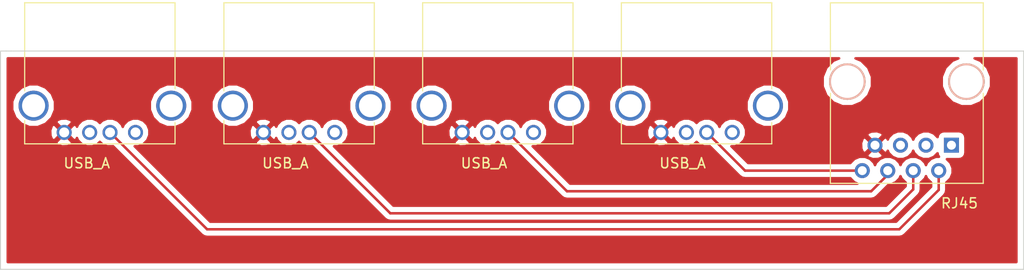
<source format=kicad_pcb>
(kicad_pcb (version 4) (host pcbnew 4.0.7)

  (general
    (links 12)
    (no_connects 4)
    (area 66.149999 62.098999 168.250001 89.250001)
    (thickness 1.6)
    (drawings 7)
    (tracks 14)
    (zones 0)
    (modules 5)
    (nets 21)
  )

  (page A4)
  (layers
    (0 F.Cu signal)
    (31 B.Cu signal)
    (32 B.Adhes user)
    (33 F.Adhes user)
    (34 B.Paste user)
    (35 F.Paste user)
    (36 B.SilkS user)
    (37 F.SilkS user)
    (38 B.Mask user)
    (39 F.Mask user)
    (40 Dwgs.User user)
    (41 Cmts.User user)
    (42 Eco1.User user)
    (43 Eco2.User user)
    (44 Edge.Cuts user)
    (45 Margin user)
    (46 B.CrtYd user)
    (47 F.CrtYd user)
    (48 B.Fab user)
    (49 F.Fab user)
  )

  (setup
    (last_trace_width 0.25)
    (trace_clearance 0.2)
    (zone_clearance 0.508)
    (zone_45_only no)
    (trace_min 0.2)
    (segment_width 0.2)
    (edge_width 0.1)
    (via_size 0.6)
    (via_drill 0.4)
    (via_min_size 0.4)
    (via_min_drill 0.3)
    (uvia_size 0.3)
    (uvia_drill 0.1)
    (uvias_allowed no)
    (uvia_min_size 0.2)
    (uvia_min_drill 0.1)
    (pcb_text_width 0.3)
    (pcb_text_size 1.5 1.5)
    (mod_edge_width 0.15)
    (mod_text_size 1 1)
    (mod_text_width 0.15)
    (pad_size 1.5 1.5)
    (pad_drill 0.6)
    (pad_to_mask_clearance 0)
    (aux_axis_origin 0 0)
    (visible_elements 7FFFFFFF)
    (pcbplotparams
      (layerselection 0x00030_80000001)
      (usegerberextensions false)
      (excludeedgelayer true)
      (linewidth 0.100000)
      (plotframeref false)
      (viasonmask false)
      (mode 1)
      (useauxorigin false)
      (hpglpennumber 1)
      (hpglpenspeed 20)
      (hpglpendiameter 15)
      (hpglpenoverlay 2)
      (psnegative false)
      (psa4output false)
      (plotreference true)
      (plotvalue true)
      (plotinvisibletext false)
      (padsonsilk false)
      (subtractmaskfromsilk false)
      (outputformat 1)
      (mirror false)
      (drillshape 0)
      (scaleselection 1)
      (outputdirectory ./))
  )

  (net 0 "")
  (net 1 "Net-(Green-1-Pad4)")
  (net 2 "Net-(Green-1-Pad3)")
  (net 3 "Net-(Green-1-Pad2)")
  (net 4 "Net-(Green-1-Pad1)")
  (net 5 "Net-(Green-1-Pad5)")
  (net 6 "Net-(Green-2-Pad3)")
  (net 7 "Net-(Green-2-Pad2)")
  (net 8 "Net-(Green-2-Pad1)")
  (net 9 "Net-(Green-2-Pad5)")
  (net 10 "Net-(Green-3-Pad3)")
  (net 11 "Net-(Green-3-Pad2)")
  (net 12 "Net-(Green-3-Pad1)")
  (net 13 "Net-(Green-3-Pad5)")
  (net 14 "Net-(Green-4-Pad3)")
  (net 15 "Net-(Green-4-Pad2)")
  (net 16 "Net-(Green-4-Pad1)")
  (net 17 "Net-(Green-4-Pad5)")
  (net 18 "Net-(Green2-Pad3)")
  (net 19 "Net-(Green2-Pad1)")
  (net 20 "Net-(Green2-Pad5)")

  (net_class Default "This is the default net class."
    (clearance 0.2)
    (trace_width 0.25)
    (via_dia 0.6)
    (via_drill 0.4)
    (uvia_dia 0.3)
    (uvia_drill 0.1)
    (add_net "Net-(Green-1-Pad1)")
    (add_net "Net-(Green-1-Pad2)")
    (add_net "Net-(Green-1-Pad3)")
    (add_net "Net-(Green-1-Pad4)")
    (add_net "Net-(Green-1-Pad5)")
    (add_net "Net-(Green-2-Pad1)")
    (add_net "Net-(Green-2-Pad2)")
    (add_net "Net-(Green-2-Pad3)")
    (add_net "Net-(Green-2-Pad5)")
    (add_net "Net-(Green-3-Pad1)")
    (add_net "Net-(Green-3-Pad2)")
    (add_net "Net-(Green-3-Pad3)")
    (add_net "Net-(Green-3-Pad5)")
    (add_net "Net-(Green-4-Pad1)")
    (add_net "Net-(Green-4-Pad2)")
    (add_net "Net-(Green-4-Pad3)")
    (add_net "Net-(Green-4-Pad5)")
    (add_net "Net-(Green2-Pad1)")
    (add_net "Net-(Green2-Pad3)")
    (add_net "Net-(Green2-Pad5)")
  )

  (module Connectors:USB_A (layer F.Cu) (tedit 5BE36C70) (tstamp 5B8C4CE8)
    (at 79.6592 75.524 180)
    (descr "USB A connector")
    (tags "USB USB_A")
    (path /5B3204D9)
    (fp_text reference Green-1 (at 4.0592 4.924 180) (layer F.SilkS) hide
      (effects (font (size 1 1) (thickness 0.15)))
    )
    (fp_text value USB_A (at 4.8592 -3.076 180) (layer F.SilkS)
      (effects (font (size 1 1) (thickness 0.15)))
    )
    (fp_line (start -5.3 13.2) (end -5.3 -1.4) (layer F.CrtYd) (width 0.05))
    (fp_line (start 11.95 -1.4) (end 11.95 13.2) (layer F.CrtYd) (width 0.05))
    (fp_line (start -5.3 13.2) (end 11.95 13.2) (layer F.CrtYd) (width 0.05))
    (fp_line (start -5.3 -1.4) (end 11.95 -1.4) (layer F.CrtYd) (width 0.05))
    (fp_line (start 11.05 -1.14) (end 11.05 1.19) (layer F.SilkS) (width 0.12))
    (fp_line (start -3.94 -1.14) (end -3.94 0.98) (layer F.SilkS) (width 0.12))
    (fp_line (start 11.05 -1.14) (end -3.94 -1.14) (layer F.SilkS) (width 0.12))
    (fp_line (start 11.05 12.95) (end -3.94 12.95) (layer F.SilkS) (width 0.12))
    (fp_line (start 11.05 4.15) (end 11.05 12.95) (layer F.SilkS) (width 0.12))
    (fp_line (start -3.94 4.35) (end -3.94 12.95) (layer F.SilkS) (width 0.12))
    (pad 4 thru_hole circle (at 7.11 0 90) (size 1.5 1.5) (drill 1) (layers *.Cu *.Mask)
      (net 1 "Net-(Green-1-Pad4)"))
    (pad 3 thru_hole circle (at 4.57 0 90) (size 1.5 1.5) (drill 1) (layers *.Cu *.Mask)
      (net 2 "Net-(Green-1-Pad3)"))
    (pad 2 thru_hole circle (at 2.54 0 90) (size 1.5 1.5) (drill 1) (layers *.Cu *.Mask)
      (net 3 "Net-(Green-1-Pad2)"))
    (pad 1 thru_hole circle (at 0 0 90) (size 1.5 1.5) (drill 1) (layers *.Cu *.Mask)
      (net 4 "Net-(Green-1-Pad1)"))
    (pad 5 thru_hole circle (at 10.16 2.67 90) (size 3 3) (drill 2.3) (layers *.Cu *.Mask)
      (net 5 "Net-(Green-1-Pad5)"))
    (pad 5 thru_hole circle (at -3.56 2.67 90) (size 3 3) (drill 2.3) (layers *.Cu *.Mask)
      (net 5 "Net-(Green-1-Pad5)"))
    (model ${KISYS3DMOD}/Connectors.3dshapes/USB_A.wrl
      (at (xyz 0.14 0 0))
      (scale (xyz 1 1 1))
      (rotate (xyz 0 0 90))
    )
  )

  (module Connectors:USB_A (layer F.Cu) (tedit 5BE36C4D) (tstamp 5B8C4CFC)
    (at 99.522 75.524 180)
    (descr "USB A connector")
    (tags "USB USB_A")
    (path /5B320573)
    (fp_text reference Green-2 (at 2.522 4.524 180) (layer F.SilkS) hide
      (effects (font (size 1 1) (thickness 0.15)))
    )
    (fp_text value USB_A (at 4.922 -3.076 180) (layer F.SilkS)
      (effects (font (size 1 1) (thickness 0.15)))
    )
    (fp_line (start -5.3 13.2) (end -5.3 -1.4) (layer F.CrtYd) (width 0.05))
    (fp_line (start 11.95 -1.4) (end 11.95 13.2) (layer F.CrtYd) (width 0.05))
    (fp_line (start -5.3 13.2) (end 11.95 13.2) (layer F.CrtYd) (width 0.05))
    (fp_line (start -5.3 -1.4) (end 11.95 -1.4) (layer F.CrtYd) (width 0.05))
    (fp_line (start 11.05 -1.14) (end 11.05 1.19) (layer F.SilkS) (width 0.12))
    (fp_line (start -3.94 -1.14) (end -3.94 0.98) (layer F.SilkS) (width 0.12))
    (fp_line (start 11.05 -1.14) (end -3.94 -1.14) (layer F.SilkS) (width 0.12))
    (fp_line (start 11.05 12.95) (end -3.94 12.95) (layer F.SilkS) (width 0.12))
    (fp_line (start 11.05 4.15) (end 11.05 12.95) (layer F.SilkS) (width 0.12))
    (fp_line (start -3.94 4.35) (end -3.94 12.95) (layer F.SilkS) (width 0.12))
    (pad 4 thru_hole circle (at 7.11 0 90) (size 1.5 1.5) (drill 1) (layers *.Cu *.Mask)
      (net 1 "Net-(Green-1-Pad4)"))
    (pad 3 thru_hole circle (at 4.57 0 90) (size 1.5 1.5) (drill 1) (layers *.Cu *.Mask)
      (net 6 "Net-(Green-2-Pad3)"))
    (pad 2 thru_hole circle (at 2.54 0 90) (size 1.5 1.5) (drill 1) (layers *.Cu *.Mask)
      (net 7 "Net-(Green-2-Pad2)"))
    (pad 1 thru_hole circle (at 0 0 90) (size 1.5 1.5) (drill 1) (layers *.Cu *.Mask)
      (net 8 "Net-(Green-2-Pad1)"))
    (pad 5 thru_hole circle (at 10.16 2.67 90) (size 3 3) (drill 2.3) (layers *.Cu *.Mask)
      (net 9 "Net-(Green-2-Pad5)"))
    (pad 5 thru_hole circle (at -3.56 2.67 90) (size 3 3) (drill 2.3) (layers *.Cu *.Mask)
      (net 9 "Net-(Green-2-Pad5)"))
    (model ${KISYS3DMOD}/Connectors.3dshapes/USB_A.wrl
      (at (xyz 0.14 0 0))
      (scale (xyz 1 1 1))
      (rotate (xyz 0 0 90))
    )
  )

  (module Connectors:USB_A (layer F.Cu) (tedit 5BE36C2E) (tstamp 5B8C4D10)
    (at 119.334 75.524 180)
    (descr "USB A connector")
    (tags "USB USB_A")
    (path /5B320684)
    (fp_text reference Green-3 (at 3.334 4.324 180) (layer F.SilkS) hide
      (effects (font (size 1 1) (thickness 0.15)))
    )
    (fp_text value USB_A (at 4.934 -3.076 180) (layer F.SilkS)
      (effects (font (size 1 1) (thickness 0.15)))
    )
    (fp_line (start -5.3 13.2) (end -5.3 -1.4) (layer F.CrtYd) (width 0.05))
    (fp_line (start 11.95 -1.4) (end 11.95 13.2) (layer F.CrtYd) (width 0.05))
    (fp_line (start -5.3 13.2) (end 11.95 13.2) (layer F.CrtYd) (width 0.05))
    (fp_line (start -5.3 -1.4) (end 11.95 -1.4) (layer F.CrtYd) (width 0.05))
    (fp_line (start 11.05 -1.14) (end 11.05 1.19) (layer F.SilkS) (width 0.12))
    (fp_line (start -3.94 -1.14) (end -3.94 0.98) (layer F.SilkS) (width 0.12))
    (fp_line (start 11.05 -1.14) (end -3.94 -1.14) (layer F.SilkS) (width 0.12))
    (fp_line (start 11.05 12.95) (end -3.94 12.95) (layer F.SilkS) (width 0.12))
    (fp_line (start 11.05 4.15) (end 11.05 12.95) (layer F.SilkS) (width 0.12))
    (fp_line (start -3.94 4.35) (end -3.94 12.95) (layer F.SilkS) (width 0.12))
    (pad 4 thru_hole circle (at 7.11 0 90) (size 1.5 1.5) (drill 1) (layers *.Cu *.Mask)
      (net 1 "Net-(Green-1-Pad4)"))
    (pad 3 thru_hole circle (at 4.57 0 90) (size 1.5 1.5) (drill 1) (layers *.Cu *.Mask)
      (net 10 "Net-(Green-3-Pad3)"))
    (pad 2 thru_hole circle (at 2.54 0 90) (size 1.5 1.5) (drill 1) (layers *.Cu *.Mask)
      (net 11 "Net-(Green-3-Pad2)"))
    (pad 1 thru_hole circle (at 0 0 90) (size 1.5 1.5) (drill 1) (layers *.Cu *.Mask)
      (net 12 "Net-(Green-3-Pad1)"))
    (pad 5 thru_hole circle (at 10.16 2.67 90) (size 3 3) (drill 2.3) (layers *.Cu *.Mask)
      (net 13 "Net-(Green-3-Pad5)"))
    (pad 5 thru_hole circle (at -3.56 2.67 90) (size 3 3) (drill 2.3) (layers *.Cu *.Mask)
      (net 13 "Net-(Green-3-Pad5)"))
    (model ${KISYS3DMOD}/Connectors.3dshapes/USB_A.wrl
      (at (xyz 0.14 0 0))
      (scale (xyz 1 1 1))
      (rotate (xyz 0 0 90))
    )
  )

  (module Connectors:USB_A (layer F.Cu) (tedit 5BE36C00) (tstamp 5B8C4D24)
    (at 139.146 75.524 180)
    (descr "USB A connector")
    (tags "USB USB_A")
    (path /5B320702)
    (fp_text reference Green-4 (at 4.346 4.324 180) (layer F.SilkS) hide
      (effects (font (size 1 1) (thickness 0.15)))
    )
    (fp_text value USB_A (at 4.946 -3.076 180) (layer F.SilkS)
      (effects (font (size 1 1) (thickness 0.15)))
    )
    (fp_line (start -5.3 13.2) (end -5.3 -1.4) (layer F.CrtYd) (width 0.05))
    (fp_line (start 11.95 -1.4) (end 11.95 13.2) (layer F.CrtYd) (width 0.05))
    (fp_line (start -5.3 13.2) (end 11.95 13.2) (layer F.CrtYd) (width 0.05))
    (fp_line (start -5.3 -1.4) (end 11.95 -1.4) (layer F.CrtYd) (width 0.05))
    (fp_line (start 11.05 -1.14) (end 11.05 1.19) (layer F.SilkS) (width 0.12))
    (fp_line (start -3.94 -1.14) (end -3.94 0.98) (layer F.SilkS) (width 0.12))
    (fp_line (start 11.05 -1.14) (end -3.94 -1.14) (layer F.SilkS) (width 0.12))
    (fp_line (start 11.05 12.95) (end -3.94 12.95) (layer F.SilkS) (width 0.12))
    (fp_line (start 11.05 4.15) (end 11.05 12.95) (layer F.SilkS) (width 0.12))
    (fp_line (start -3.94 4.35) (end -3.94 12.95) (layer F.SilkS) (width 0.12))
    (pad 4 thru_hole circle (at 7.11 0 90) (size 1.5 1.5) (drill 1) (layers *.Cu *.Mask)
      (net 1 "Net-(Green-1-Pad4)"))
    (pad 3 thru_hole circle (at 4.57 0 90) (size 1.5 1.5) (drill 1) (layers *.Cu *.Mask)
      (net 14 "Net-(Green-4-Pad3)"))
    (pad 2 thru_hole circle (at 2.54 0 90) (size 1.5 1.5) (drill 1) (layers *.Cu *.Mask)
      (net 15 "Net-(Green-4-Pad2)"))
    (pad 1 thru_hole circle (at 0 0 90) (size 1.5 1.5) (drill 1) (layers *.Cu *.Mask)
      (net 16 "Net-(Green-4-Pad1)"))
    (pad 5 thru_hole circle (at 10.16 2.67 90) (size 3 3) (drill 2.3) (layers *.Cu *.Mask)
      (net 17 "Net-(Green-4-Pad5)"))
    (pad 5 thru_hole circle (at -3.56 2.67 90) (size 3 3) (drill 2.3) (layers *.Cu *.Mask)
      (net 17 "Net-(Green-4-Pad5)"))
    (model ${KISYS3DMOD}/Connectors.3dshapes/USB_A.wrl
      (at (xyz 0.14 0 0))
      (scale (xyz 1 1 1))
      (rotate (xyz 0 0 90))
    )
  )

  (module Connectors:RJ45_8 (layer F.Cu) (tedit 5BE36C90) (tstamp 5B8C4DB0)
    (at 161 76.8 180)
    (tags RJ45)
    (path /5B320865)
    (fp_text reference Green2 (at 1.2 11.6 180) (layer F.SilkS) hide
      (effects (font (size 1 1) (thickness 0.15)))
    )
    (fp_text value RJ45 (at -0.8 -5.8 180) (layer F.SilkS)
      (effects (font (size 1 1) (thickness 0.15)))
    )
    (fp_line (start -3.17 14.22) (end 12.07 14.22) (layer F.SilkS) (width 0.12))
    (fp_line (start 12.07 -3.81) (end 12.06 5.18) (layer F.SilkS) (width 0.12))
    (fp_line (start 12.07 -3.81) (end -3.17 -3.81) (layer F.SilkS) (width 0.12))
    (fp_line (start -3.17 -3.81) (end -3.17 5.19) (layer F.SilkS) (width 0.12))
    (fp_line (start 12.06 7.52) (end 12.07 14.22) (layer F.SilkS) (width 0.12))
    (fp_line (start -3.17 7.51) (end -3.17 14.22) (layer F.SilkS) (width 0.12))
    (fp_line (start -3.56 -4.06) (end 12.46 -4.06) (layer F.CrtYd) (width 0.05))
    (fp_line (start -3.56 -4.06) (end -3.56 14.47) (layer F.CrtYd) (width 0.05))
    (fp_line (start 12.46 14.47) (end 12.46 -4.06) (layer F.CrtYd) (width 0.05))
    (fp_line (start 12.46 14.47) (end -3.56 14.47) (layer F.CrtYd) (width 0.05))
    (pad Hole np_thru_hole circle (at 10.38 6.35 180) (size 3.65 3.65) (drill 3.25) (layers *.Cu *.SilkS *.Mask))
    (pad Hole np_thru_hole circle (at -1.49 6.35 180) (size 3.65 3.65) (drill 3.25) (layers *.Cu *.SilkS *.Mask))
    (pad 1 thru_hole rect (at 0 0 180) (size 1.5 1.5) (drill 0.9) (layers *.Cu *.Mask)
      (net 19 "Net-(Green2-Pad1)"))
    (pad 2 thru_hole circle (at 1.27 -2.54 180) (size 1.5 1.5) (drill 0.9) (layers *.Cu *.Mask)
      (net 3 "Net-(Green-1-Pad2)"))
    (pad 3 thru_hole circle (at 2.54 0 180) (size 1.5 1.5) (drill 0.9) (layers *.Cu *.Mask)
      (net 18 "Net-(Green2-Pad3)"))
    (pad 4 thru_hole circle (at 3.81 -2.54 180) (size 1.5 1.5) (drill 0.9) (layers *.Cu *.Mask)
      (net 7 "Net-(Green-2-Pad2)"))
    (pad 5 thru_hole circle (at 5.08 0 180) (size 1.5 1.5) (drill 0.9) (layers *.Cu *.Mask)
      (net 20 "Net-(Green2-Pad5)"))
    (pad 6 thru_hole circle (at 6.35 -2.54 180) (size 1.5 1.5) (drill 0.9) (layers *.Cu *.Mask)
      (net 11 "Net-(Green-3-Pad2)"))
    (pad 7 thru_hole circle (at 7.62 0 180) (size 1.5 1.5) (drill 0.9) (layers *.Cu *.Mask)
      (net 1 "Net-(Green-1-Pad4)"))
    (pad 8 thru_hole circle (at 8.89 -2.54 180) (size 1.5 1.5) (drill 0.9) (layers *.Cu *.Mask)
      (net 15 "Net-(Green-4-Pad2)"))
    (model ${KISYS3DMOD}/Connectors.3dshapes/RJ45_8.wrl
      (at (xyz 0.18 -0.25 0))
      (scale (xyz 0.4 0.4 0.4))
      (rotate (xyz 0 0 0))
    )
  )

  (gr_line (start 168.2 89.2) (end 168.2 67.4) (angle 90) (layer Edge.Cuts) (width 0.1))
  (gr_line (start 66.2 89.2) (end 66.2 67.4) (angle 90) (layer Edge.Cuts) (width 0.1))
  (gr_line (start 66.2 89.2) (end 168.2 89.2) (angle 90) (layer Edge.Cuts) (width 0.1))
  (gr_line (start 168.2 67.4) (end 146 67.4) (angle 90) (layer Edge.Cuts) (width 0.1))
  (gr_line (start 146.004 67.396) (end 67.264 67.396) (angle 90) (layer Edge.Cuts) (width 0.1))
  (gr_line (start 66.248 67.396) (end 66.756 67.396) (angle 90) (layer Edge.Cuts) (width 0.1))
  (gr_line (start 67.264 67.396) (end 66.756 67.396) (angle 90) (layer Edge.Cuts) (width 0.1))

  (segment (start 159.73 79.34) (end 159.73 81.27) (width 0.25) (layer F.Cu) (net 3))
  (segment (start 86.7952 85.2) (end 77.1192 75.524) (width 0.25) (layer F.Cu) (net 3) (tstamp 5BE36D73))
  (segment (start 155.8 85.2) (end 86.7952 85.2) (width 0.25) (layer F.Cu) (net 3) (tstamp 5BE36D71))
  (segment (start 159.73 81.27) (end 155.8 85.2) (width 0.25) (layer F.Cu) (net 3) (tstamp 5BE36D6F))
  (segment (start 157.19 79.34) (end 157.19 81.21) (width 0.25) (layer F.Cu) (net 7))
  (segment (start 105.058 83.6) (end 96.982 75.524) (width 0.25) (layer F.Cu) (net 7) (tstamp 5BE36D7B))
  (segment (start 154.8 83.6) (end 105.058 83.6) (width 0.25) (layer F.Cu) (net 7) (tstamp 5BE36D79))
  (segment (start 157.19 81.21) (end 154.8 83.6) (width 0.25) (layer F.Cu) (net 7) (tstamp 5BE36D77))
  (segment (start 154.65 79.34) (end 154.65 79.75) (width 0.25) (layer F.Cu) (net 11))
  (segment (start 154.65 79.75) (end 153 81.4) (width 0.25) (layer F.Cu) (net 11) (tstamp 5BE36D7F))
  (segment (start 153 81.4) (end 122.67 81.4) (width 0.25) (layer F.Cu) (net 11) (tstamp 5BE36D80))
  (segment (start 122.67 81.4) (end 116.794 75.524) (width 0.25) (layer F.Cu) (net 11) (tstamp 5BE36D82))
  (segment (start 152.11 79.34) (end 140.422 79.34) (width 0.25) (layer F.Cu) (net 15))
  (segment (start 140.422 79.34) (end 136.606 75.524) (width 0.25) (layer F.Cu) (net 15) (tstamp 5BE36D86))

  (zone (net 1) (net_name "Net-(Green-1-Pad4)") (layer F.Cu) (tstamp 5BE36DFE) (hatch edge 0.508)
    (connect_pads (clearance 0.508))
    (min_thickness 0.254)
    (fill yes (arc_segments 16) (thermal_gap 0.508) (thermal_bridge_width 0.508))
    (polygon
      (pts
        (xy 167.6 88.6) (xy 66.8 88.6) (xy 66.8 68) (xy 167.6 68)
      )
    )
    (filled_polygon
      (pts
        (xy 149.228343 68.363298) (xy 148.53573 69.054703) (xy 148.160428 69.958529) (xy 148.159574 70.937177) (xy 148.533298 71.841657)
        (xy 149.224703 72.53427) (xy 150.128529 72.909572) (xy 151.107177 72.910426) (xy 152.011657 72.536702) (xy 152.70427 71.845297)
        (xy 153.079572 70.941471) (xy 153.080426 69.962823) (xy 152.706702 69.058343) (xy 152.015297 68.36573) (xy 151.440372 68.127)
        (xy 161.670227 68.127) (xy 161.098343 68.363298) (xy 160.40573 69.054703) (xy 160.030428 69.958529) (xy 160.029574 70.937177)
        (xy 160.403298 71.841657) (xy 161.094703 72.53427) (xy 161.998529 72.909572) (xy 162.977177 72.910426) (xy 163.881657 72.536702)
        (xy 164.57427 71.845297) (xy 164.949572 70.941471) (xy 164.950426 69.962823) (xy 164.576702 69.058343) (xy 163.885297 68.36573)
        (xy 163.310372 68.127) (xy 167.473 68.127) (xy 167.473 88.473) (xy 66.927 88.473) (xy 66.927 76.495517)
        (xy 71.757288 76.495517) (xy 71.825277 76.73646) (xy 72.344371 76.921201) (xy 72.894648 76.89323) (xy 73.273123 76.73646)
        (xy 73.341112 76.495517) (xy 72.5492 75.703605) (xy 71.757288 76.495517) (xy 66.927 76.495517) (xy 66.927 75.319171)
        (xy 71.151999 75.319171) (xy 71.17997 75.869448) (xy 71.33674 76.247923) (xy 71.577683 76.315912) (xy 72.369595 75.524)
        (xy 72.728805 75.524) (xy 73.520717 76.315912) (xy 73.76166 76.247923) (xy 73.820932 76.081379) (xy 73.914369 76.307515)
        (xy 74.303636 76.697461) (xy 74.812498 76.908759) (xy 75.363485 76.90924) (xy 75.872715 76.698831) (xy 76.104262 76.467687)
        (xy 76.333636 76.697461) (xy 76.842498 76.908759) (xy 77.393485 76.90924) (xy 77.419068 76.89867) (xy 86.257799 85.737401)
        (xy 86.50436 85.902148) (xy 86.552614 85.911746) (xy 86.7952 85.96) (xy 155.8 85.96) (xy 156.090839 85.902148)
        (xy 156.337401 85.737401) (xy 160.267401 81.807401) (xy 160.432148 81.56084) (xy 160.49 81.27) (xy 160.49 80.524547)
        (xy 160.513515 80.514831) (xy 160.903461 80.125564) (xy 161.114759 79.616702) (xy 161.11524 79.065715) (xy 160.904831 78.556485)
        (xy 160.546411 78.19744) (xy 161.75 78.19744) (xy 161.985317 78.153162) (xy 162.201441 78.01409) (xy 162.346431 77.80189)
        (xy 162.39744 77.55) (xy 162.39744 76.05) (xy 162.353162 75.814683) (xy 162.21409 75.598559) (xy 162.00189 75.453569)
        (xy 161.75 75.40256) (xy 160.25 75.40256) (xy 160.014683 75.446838) (xy 159.798559 75.58591) (xy 159.653569 75.79811)
        (xy 159.613645 75.995262) (xy 159.245564 75.626539) (xy 158.736702 75.415241) (xy 158.185715 75.41476) (xy 157.676485 75.625169)
        (xy 157.286539 76.014436) (xy 157.190024 76.24687) (xy 157.094831 76.016485) (xy 156.705564 75.626539) (xy 156.196702 75.415241)
        (xy 155.645715 75.41476) (xy 155.136485 75.625169) (xy 154.746539 76.014436) (xy 154.656623 76.230979) (xy 154.59246 76.076077)
        (xy 154.351517 76.008088) (xy 153.559605 76.8) (xy 154.351517 77.591912) (xy 154.59246 77.523923) (xy 154.651732 77.357379)
        (xy 154.745169 77.583515) (xy 155.134436 77.973461) (xy 155.643298 78.184759) (xy 156.194285 78.18524) (xy 156.703515 77.974831)
        (xy 157.093461 77.585564) (xy 157.189976 77.35313) (xy 157.285169 77.583515) (xy 157.674436 77.973461) (xy 158.183298 78.184759)
        (xy 158.734285 78.18524) (xy 159.243515 77.974831) (xy 159.61308 77.605909) (xy 159.646838 77.785317) (xy 159.75604 77.955022)
        (xy 159.455715 77.95476) (xy 158.946485 78.165169) (xy 158.556539 78.554436) (xy 158.460024 78.78687) (xy 158.364831 78.556485)
        (xy 157.975564 78.166539) (xy 157.466702 77.955241) (xy 156.915715 77.95476) (xy 156.406485 78.165169) (xy 156.016539 78.554436)
        (xy 155.920024 78.78687) (xy 155.824831 78.556485) (xy 155.435564 78.166539) (xy 154.926702 77.955241) (xy 154.375715 77.95476)
        (xy 153.866485 78.165169) (xy 153.476539 78.554436) (xy 153.380024 78.78687) (xy 153.284831 78.556485) (xy 152.895564 78.166539)
        (xy 152.386702 77.955241) (xy 151.835715 77.95476) (xy 151.326485 78.165169) (xy 150.936539 78.554436) (xy 150.925924 78.58)
        (xy 140.736802 78.58) (xy 139.928319 77.771517) (xy 152.588088 77.771517) (xy 152.656077 78.01246) (xy 153.175171 78.197201)
        (xy 153.725448 78.16923) (xy 154.103923 78.01246) (xy 154.171912 77.771517) (xy 153.38 76.979605) (xy 152.588088 77.771517)
        (xy 139.928319 77.771517) (xy 139.065732 76.90893) (xy 139.420285 76.90924) (xy 139.929515 76.698831) (xy 140.033355 76.595171)
        (xy 151.982799 76.595171) (xy 152.01077 77.145448) (xy 152.16754 77.523923) (xy 152.408483 77.591912) (xy 153.200395 76.8)
        (xy 152.408483 76.008088) (xy 152.16754 76.076077) (xy 151.982799 76.595171) (xy 140.033355 76.595171) (xy 140.319461 76.309564)
        (xy 140.519223 75.828483) (xy 152.588088 75.828483) (xy 153.38 76.620395) (xy 154.171912 75.828483) (xy 154.103923 75.58754)
        (xy 153.584829 75.402799) (xy 153.034552 75.43077) (xy 152.656077 75.58754) (xy 152.588088 75.828483) (xy 140.519223 75.828483)
        (xy 140.530759 75.800702) (xy 140.53124 75.249715) (xy 140.320831 74.740485) (xy 139.931564 74.350539) (xy 139.422702 74.139241)
        (xy 138.871715 74.13876) (xy 138.362485 74.349169) (xy 137.972539 74.738436) (xy 137.876024 74.97087) (xy 137.780831 74.740485)
        (xy 137.391564 74.350539) (xy 136.882702 74.139241) (xy 136.331715 74.13876) (xy 135.822485 74.349169) (xy 135.590938 74.580313)
        (xy 135.361564 74.350539) (xy 134.852702 74.139241) (xy 134.301715 74.13876) (xy 133.792485 74.349169) (xy 133.402539 74.738436)
        (xy 133.312623 74.954979) (xy 133.24846 74.800077) (xy 133.007517 74.732088) (xy 132.215605 75.524) (xy 133.007517 76.315912)
        (xy 133.24846 76.247923) (xy 133.307732 76.081379) (xy 133.401169 76.307515) (xy 133.790436 76.697461) (xy 134.299298 76.908759)
        (xy 134.850285 76.90924) (xy 135.359515 76.698831) (xy 135.591062 76.467687) (xy 135.820436 76.697461) (xy 136.329298 76.908759)
        (xy 136.880285 76.90924) (xy 136.905868 76.89867) (xy 139.884599 79.877401) (xy 140.131161 80.042148) (xy 140.422 80.1)
        (xy 150.925453 80.1) (xy 150.935169 80.123515) (xy 151.324436 80.513461) (xy 151.629176 80.64) (xy 122.984802 80.64)
        (xy 119.253732 76.90893) (xy 119.608285 76.90924) (xy 120.117515 76.698831) (xy 120.321183 76.495517) (xy 131.244088 76.495517)
        (xy 131.312077 76.73646) (xy 131.831171 76.921201) (xy 132.381448 76.89323) (xy 132.759923 76.73646) (xy 132.827912 76.495517)
        (xy 132.036 75.703605) (xy 131.244088 76.495517) (xy 120.321183 76.495517) (xy 120.507461 76.309564) (xy 120.718759 75.800702)
        (xy 120.719179 75.319171) (xy 130.638799 75.319171) (xy 130.66677 75.869448) (xy 130.82354 76.247923) (xy 131.064483 76.315912)
        (xy 131.856395 75.524) (xy 131.064483 74.732088) (xy 130.82354 74.800077) (xy 130.638799 75.319171) (xy 120.719179 75.319171)
        (xy 120.71924 75.249715) (xy 120.508831 74.740485) (xy 120.119564 74.350539) (xy 119.610702 74.139241) (xy 119.059715 74.13876)
        (xy 118.550485 74.349169) (xy 118.160539 74.738436) (xy 118.064024 74.97087) (xy 117.968831 74.740485) (xy 117.579564 74.350539)
        (xy 117.070702 74.139241) (xy 116.519715 74.13876) (xy 116.010485 74.349169) (xy 115.778938 74.580313) (xy 115.549564 74.350539)
        (xy 115.040702 74.139241) (xy 114.489715 74.13876) (xy 113.980485 74.349169) (xy 113.590539 74.738436) (xy 113.500623 74.954979)
        (xy 113.43646 74.800077) (xy 113.195517 74.732088) (xy 112.403605 75.524) (xy 113.195517 76.315912) (xy 113.43646 76.247923)
        (xy 113.495732 76.081379) (xy 113.589169 76.307515) (xy 113.978436 76.697461) (xy 114.487298 76.908759) (xy 115.038285 76.90924)
        (xy 115.547515 76.698831) (xy 115.779062 76.467687) (xy 116.008436 76.697461) (xy 116.517298 76.908759) (xy 117.068285 76.90924)
        (xy 117.093868 76.89867) (xy 122.132599 81.937401) (xy 122.379161 82.102148) (xy 122.67 82.16) (xy 153 82.16)
        (xy 153.290839 82.102148) (xy 153.537401 81.937401) (xy 154.749714 80.725088) (xy 154.924285 80.72524) (xy 155.433515 80.514831)
        (xy 155.823461 80.125564) (xy 155.919976 79.89313) (xy 156.015169 80.123515) (xy 156.404436 80.513461) (xy 156.43 80.524076)
        (xy 156.43 80.895198) (xy 154.485198 82.84) (xy 105.372802 82.84) (xy 99.441732 76.90893) (xy 99.796285 76.90924)
        (xy 100.305515 76.698831) (xy 100.509183 76.495517) (xy 111.432088 76.495517) (xy 111.500077 76.73646) (xy 112.019171 76.921201)
        (xy 112.569448 76.89323) (xy 112.947923 76.73646) (xy 113.015912 76.495517) (xy 112.224 75.703605) (xy 111.432088 76.495517)
        (xy 100.509183 76.495517) (xy 100.695461 76.309564) (xy 100.906759 75.800702) (xy 100.907179 75.319171) (xy 110.826799 75.319171)
        (xy 110.85477 75.869448) (xy 111.01154 76.247923) (xy 111.252483 76.315912) (xy 112.044395 75.524) (xy 111.252483 74.732088)
        (xy 111.01154 74.800077) (xy 110.826799 75.319171) (xy 100.907179 75.319171) (xy 100.90724 75.249715) (xy 100.696831 74.740485)
        (xy 100.307564 74.350539) (xy 99.798702 74.139241) (xy 99.247715 74.13876) (xy 98.738485 74.349169) (xy 98.348539 74.738436)
        (xy 98.252024 74.97087) (xy 98.156831 74.740485) (xy 97.767564 74.350539) (xy 97.258702 74.139241) (xy 96.707715 74.13876)
        (xy 96.198485 74.349169) (xy 95.966938 74.580313) (xy 95.737564 74.350539) (xy 95.228702 74.139241) (xy 94.677715 74.13876)
        (xy 94.168485 74.349169) (xy 93.778539 74.738436) (xy 93.688623 74.954979) (xy 93.62446 74.800077) (xy 93.383517 74.732088)
        (xy 92.591605 75.524) (xy 93.383517 76.315912) (xy 93.62446 76.247923) (xy 93.683732 76.081379) (xy 93.777169 76.307515)
        (xy 94.166436 76.697461) (xy 94.675298 76.908759) (xy 95.226285 76.90924) (xy 95.735515 76.698831) (xy 95.967062 76.467687)
        (xy 96.196436 76.697461) (xy 96.705298 76.908759) (xy 97.256285 76.90924) (xy 97.281868 76.89867) (xy 104.520599 84.137401)
        (xy 104.767161 84.302148) (xy 105.058 84.36) (xy 154.8 84.36) (xy 155.090839 84.302148) (xy 155.337401 84.137401)
        (xy 157.727401 81.747401) (xy 157.892148 81.50084) (xy 157.912206 81.4) (xy 157.95 81.21) (xy 157.95 80.524547)
        (xy 157.973515 80.514831) (xy 158.363461 80.125564) (xy 158.459976 79.89313) (xy 158.555169 80.123515) (xy 158.944436 80.513461)
        (xy 158.97 80.524076) (xy 158.97 80.955198) (xy 155.485198 84.44) (xy 87.110002 84.44) (xy 79.578932 76.90893)
        (xy 79.933485 76.90924) (xy 80.442715 76.698831) (xy 80.646383 76.495517) (xy 91.620088 76.495517) (xy 91.688077 76.73646)
        (xy 92.207171 76.921201) (xy 92.757448 76.89323) (xy 93.135923 76.73646) (xy 93.203912 76.495517) (xy 92.412 75.703605)
        (xy 91.620088 76.495517) (xy 80.646383 76.495517) (xy 80.832661 76.309564) (xy 81.043959 75.800702) (xy 81.044379 75.319171)
        (xy 91.014799 75.319171) (xy 91.04277 75.869448) (xy 91.19954 76.247923) (xy 91.440483 76.315912) (xy 92.232395 75.524)
        (xy 91.440483 74.732088) (xy 91.19954 74.800077) (xy 91.014799 75.319171) (xy 81.044379 75.319171) (xy 81.04444 75.249715)
        (xy 80.834031 74.740485) (xy 80.444764 74.350539) (xy 79.935902 74.139241) (xy 79.384915 74.13876) (xy 78.875685 74.349169)
        (xy 78.485739 74.738436) (xy 78.389224 74.97087) (xy 78.294031 74.740485) (xy 77.904764 74.350539) (xy 77.395902 74.139241)
        (xy 76.844915 74.13876) (xy 76.335685 74.349169) (xy 76.104138 74.580313) (xy 75.874764 74.350539) (xy 75.365902 74.139241)
        (xy 74.814915 74.13876) (xy 74.305685 74.349169) (xy 73.915739 74.738436) (xy 73.825823 74.954979) (xy 73.76166 74.800077)
        (xy 73.520717 74.732088) (xy 72.728805 75.524) (xy 72.369595 75.524) (xy 71.577683 74.732088) (xy 71.33674 74.800077)
        (xy 71.151999 75.319171) (xy 66.927 75.319171) (xy 66.927 73.276815) (xy 67.36383 73.276815) (xy 67.68818 74.0618)
        (xy 68.288241 74.662909) (xy 69.072659 74.988628) (xy 69.922015 74.98937) (xy 70.707 74.66502) (xy 70.819733 74.552483)
        (xy 71.757288 74.552483) (xy 72.5492 75.344395) (xy 73.341112 74.552483) (xy 73.273123 74.31154) (xy 72.754029 74.126799)
        (xy 72.203752 74.15477) (xy 71.825277 74.31154) (xy 71.757288 74.552483) (xy 70.819733 74.552483) (xy 71.308109 74.064959)
        (xy 71.633828 73.280541) (xy 71.633831 73.276815) (xy 81.08383 73.276815) (xy 81.40818 74.0618) (xy 82.008241 74.662909)
        (xy 82.792659 74.988628) (xy 83.642015 74.98937) (xy 84.427 74.66502) (xy 85.028109 74.064959) (xy 85.353828 73.280541)
        (xy 85.353831 73.276815) (xy 87.22663 73.276815) (xy 87.55098 74.0618) (xy 88.151041 74.662909) (xy 88.935459 74.988628)
        (xy 89.784815 74.98937) (xy 90.5698 74.66502) (xy 90.682533 74.552483) (xy 91.620088 74.552483) (xy 92.412 75.344395)
        (xy 93.203912 74.552483) (xy 93.135923 74.31154) (xy 92.616829 74.126799) (xy 92.066552 74.15477) (xy 91.688077 74.31154)
        (xy 91.620088 74.552483) (xy 90.682533 74.552483) (xy 91.170909 74.064959) (xy 91.496628 73.280541) (xy 91.496631 73.276815)
        (xy 100.94663 73.276815) (xy 101.27098 74.0618) (xy 101.871041 74.662909) (xy 102.655459 74.988628) (xy 103.504815 74.98937)
        (xy 104.2898 74.66502) (xy 104.890909 74.064959) (xy 105.216628 73.280541) (xy 105.216631 73.276815) (xy 107.03863 73.276815)
        (xy 107.36298 74.0618) (xy 107.963041 74.662909) (xy 108.747459 74.988628) (xy 109.596815 74.98937) (xy 110.3818 74.66502)
        (xy 110.494533 74.552483) (xy 111.432088 74.552483) (xy 112.224 75.344395) (xy 113.015912 74.552483) (xy 112.947923 74.31154)
        (xy 112.428829 74.126799) (xy 111.878552 74.15477) (xy 111.500077 74.31154) (xy 111.432088 74.552483) (xy 110.494533 74.552483)
        (xy 110.982909 74.064959) (xy 111.308628 73.280541) (xy 111.308631 73.276815) (xy 120.75863 73.276815) (xy 121.08298 74.0618)
        (xy 121.683041 74.662909) (xy 122.467459 74.988628) (xy 123.316815 74.98937) (xy 124.1018 74.66502) (xy 124.702909 74.064959)
        (xy 125.028628 73.280541) (xy 125.028631 73.276815) (xy 126.85063 73.276815) (xy 127.17498 74.0618) (xy 127.775041 74.662909)
        (xy 128.559459 74.988628) (xy 129.408815 74.98937) (xy 130.1938 74.66502) (xy 130.306533 74.552483) (xy 131.244088 74.552483)
        (xy 132.036 75.344395) (xy 132.827912 74.552483) (xy 132.759923 74.31154) (xy 132.240829 74.126799) (xy 131.690552 74.15477)
        (xy 131.312077 74.31154) (xy 131.244088 74.552483) (xy 130.306533 74.552483) (xy 130.794909 74.064959) (xy 131.120628 73.280541)
        (xy 131.120631 73.276815) (xy 140.57063 73.276815) (xy 140.89498 74.0618) (xy 141.495041 74.662909) (xy 142.279459 74.988628)
        (xy 143.128815 74.98937) (xy 143.9138 74.66502) (xy 144.514909 74.064959) (xy 144.840628 73.280541) (xy 144.84137 72.431185)
        (xy 144.51702 71.6462) (xy 143.916959 71.045091) (xy 143.132541 70.719372) (xy 142.283185 70.71863) (xy 141.4982 71.04298)
        (xy 140.897091 71.643041) (xy 140.571372 72.427459) (xy 140.57063 73.276815) (xy 131.120631 73.276815) (xy 131.12137 72.431185)
        (xy 130.79702 71.6462) (xy 130.196959 71.045091) (xy 129.412541 70.719372) (xy 128.563185 70.71863) (xy 127.7782 71.04298)
        (xy 127.177091 71.643041) (xy 126.851372 72.427459) (xy 126.85063 73.276815) (xy 125.028631 73.276815) (xy 125.02937 72.431185)
        (xy 124.70502 71.6462) (xy 124.104959 71.045091) (xy 123.320541 70.719372) (xy 122.471185 70.71863) (xy 121.6862 71.04298)
        (xy 121.085091 71.643041) (xy 120.759372 72.427459) (xy 120.75863 73.276815) (xy 111.308631 73.276815) (xy 111.30937 72.431185)
        (xy 110.98502 71.6462) (xy 110.384959 71.045091) (xy 109.600541 70.719372) (xy 108.751185 70.71863) (xy 107.9662 71.04298)
        (xy 107.365091 71.643041) (xy 107.039372 72.427459) (xy 107.03863 73.276815) (xy 105.216631 73.276815) (xy 105.21737 72.431185)
        (xy 104.89302 71.6462) (xy 104.292959 71.045091) (xy 103.508541 70.719372) (xy 102.659185 70.71863) (xy 101.8742 71.04298)
        (xy 101.273091 71.643041) (xy 100.947372 72.427459) (xy 100.94663 73.276815) (xy 91.496631 73.276815) (xy 91.49737 72.431185)
        (xy 91.17302 71.6462) (xy 90.572959 71.045091) (xy 89.788541 70.719372) (xy 88.939185 70.71863) (xy 88.1542 71.04298)
        (xy 87.553091 71.643041) (xy 87.227372 72.427459) (xy 87.22663 73.276815) (xy 85.353831 73.276815) (xy 85.35457 72.431185)
        (xy 85.03022 71.6462) (xy 84.430159 71.045091) (xy 83.645741 70.719372) (xy 82.796385 70.71863) (xy 82.0114 71.04298)
        (xy 81.410291 71.643041) (xy 81.084572 72.427459) (xy 81.08383 73.276815) (xy 71.633831 73.276815) (xy 71.63457 72.431185)
        (xy 71.31022 71.6462) (xy 70.710159 71.045091) (xy 69.925741 70.719372) (xy 69.076385 70.71863) (xy 68.2914 71.04298)
        (xy 67.690291 71.643041) (xy 67.364572 72.427459) (xy 67.36383 73.276815) (xy 66.927 73.276815) (xy 66.927 68.127)
        (xy 149.800227 68.127)
      )
    )
  )
)

</source>
